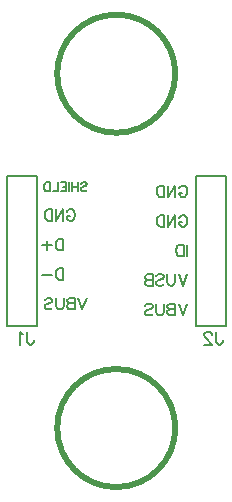
<source format=gbo>
G04 Layer: BottomSilkscreenLayer*
G04 EasyEDA v6.5.20, 2023-08-22 18:50:07*
G04 a67cddfb3fce44daa9051d46cbbcc19f,10*
G04 Gerber Generator version 0.2*
G04 Scale: 100 percent, Rotated: No, Reflected: No *
G04 Dimensions in millimeters *
G04 leading zeros omitted , absolute positions ,4 integer and 5 decimal *
%FSLAX45Y45*%
%MOMM*%

%ADD10C,0.2032*%
%ADD11C,0.1524*%
%ADD12C,0.2030*%
%ADD13C,0.5000*%

%LPD*%
D10*
X599998Y-199090D02*
G01*
X563636Y-294546D01*
X527270Y-199090D02*
G01*
X563636Y-294546D01*
X497271Y-199090D02*
G01*
X497271Y-267271D01*
X492726Y-280908D01*
X483636Y-289999D01*
X469999Y-294546D01*
X460908Y-294546D01*
X447271Y-289999D01*
X438180Y-280908D01*
X433636Y-267271D01*
X433636Y-199090D01*
X339999Y-212727D02*
G01*
X349089Y-203636D01*
X362727Y-199090D01*
X380908Y-199090D01*
X394545Y-203636D01*
X403636Y-212727D01*
X403636Y-221818D01*
X399089Y-230908D01*
X394545Y-235452D01*
X385452Y-239999D01*
X358180Y-249090D01*
X349089Y-253636D01*
X344545Y-258180D01*
X339999Y-267271D01*
X339999Y-280908D01*
X349089Y-289999D01*
X362727Y-294546D01*
X380908Y-294546D01*
X394545Y-289999D01*
X403636Y-280908D01*
X309999Y-199090D02*
G01*
X309999Y-294546D01*
X309999Y-199090D02*
G01*
X269090Y-199090D01*
X255452Y-203636D01*
X250908Y-208180D01*
X246362Y-217271D01*
X246362Y-226362D01*
X250908Y-235452D01*
X255452Y-239999D01*
X269090Y-244546D01*
X309999Y-244546D02*
G01*
X269090Y-244546D01*
X255452Y-249090D01*
X250908Y-253636D01*
X246362Y-262727D01*
X246362Y-276362D01*
X250908Y-285452D01*
X255452Y-289999D01*
X269090Y-294546D01*
X309999Y-294546D01*
X599998Y50909D02*
G01*
X599998Y-44546D01*
X569998Y50909D02*
G01*
X569998Y-44546D01*
X569998Y50909D02*
G01*
X538180Y50909D01*
X524545Y46362D01*
X515452Y37271D01*
X510908Y28181D01*
X506361Y14546D01*
X506361Y-8181D01*
X510908Y-21818D01*
X515452Y-30909D01*
X524545Y-39999D01*
X538180Y-44546D01*
X569998Y-44546D01*
X531929Y278279D02*
G01*
X536247Y287169D01*
X545391Y296313D01*
X554535Y300885D01*
X572823Y300885D01*
X581713Y296313D01*
X590857Y287169D01*
X595429Y278279D01*
X600001Y264563D01*
X600001Y241703D01*
X595429Y228241D01*
X590857Y219097D01*
X581713Y209953D01*
X572823Y205381D01*
X554535Y205381D01*
X545391Y209953D01*
X536247Y219097D01*
X531929Y228241D01*
X531929Y241703D01*
X554535Y241703D02*
G01*
X531929Y241703D01*
X501703Y300885D02*
G01*
X501703Y205381D01*
X501703Y300885D02*
G01*
X438203Y205381D01*
X438203Y300885D02*
G01*
X438203Y205381D01*
X408231Y300885D02*
G01*
X408231Y205381D01*
X408231Y300885D02*
G01*
X376481Y300885D01*
X362765Y296313D01*
X353621Y287169D01*
X349049Y278279D01*
X344477Y264563D01*
X344477Y241703D01*
X349049Y228241D01*
X353621Y219097D01*
X362765Y209953D01*
X376481Y205381D01*
X408231Y205381D01*
X531817Y528180D02*
G01*
X536361Y537270D01*
X545452Y546361D01*
X554545Y550908D01*
X572726Y550908D01*
X581817Y546361D01*
X590908Y537270D01*
X595452Y528180D01*
X599998Y514545D01*
X599998Y491817D01*
X595452Y478180D01*
X590908Y469089D01*
X581817Y459999D01*
X572726Y455452D01*
X554545Y455452D01*
X545452Y459999D01*
X536361Y469089D01*
X531817Y478180D01*
X531817Y491817D01*
X554545Y491817D02*
G01*
X531817Y491817D01*
X501817Y550908D02*
G01*
X501817Y455452D01*
X501817Y550908D02*
G01*
X438180Y455452D01*
X438180Y550908D02*
G01*
X438180Y455452D01*
X408180Y550908D02*
G01*
X408180Y455452D01*
X408180Y550908D02*
G01*
X376361Y550908D01*
X362727Y546361D01*
X353636Y537270D01*
X349089Y528180D01*
X344545Y514545D01*
X344545Y491817D01*
X349089Y478180D01*
X353636Y469089D01*
X362727Y459999D01*
X376361Y455452D01*
X408180Y455452D01*
X-300908Y569815D02*
G01*
X-293636Y577090D01*
X-282727Y580725D01*
X-268180Y580725D01*
X-257271Y577090D01*
X-249999Y569815D01*
X-249999Y562543D01*
X-253636Y555271D01*
X-257271Y551634D01*
X-264546Y547999D01*
X-286362Y540725D01*
X-293636Y537090D01*
X-297271Y533453D01*
X-300908Y526181D01*
X-300908Y515272D01*
X-293636Y508000D01*
X-282727Y504362D01*
X-268180Y504362D01*
X-257271Y508000D01*
X-249999Y515272D01*
X-324909Y580725D02*
G01*
X-324909Y504362D01*
X-375818Y580725D02*
G01*
X-375818Y504362D01*
X-324909Y544362D02*
G01*
X-375818Y544362D01*
X-399816Y580725D02*
G01*
X-399816Y504362D01*
X-423816Y580725D02*
G01*
X-423816Y504362D01*
X-423816Y580725D02*
G01*
X-471088Y580725D01*
X-423816Y544362D02*
G01*
X-452907Y544362D01*
X-423816Y504362D02*
G01*
X-471088Y504362D01*
X-495089Y580725D02*
G01*
X-495089Y504362D01*
X-495089Y504362D02*
G01*
X-538726Y504362D01*
X-562726Y580725D02*
G01*
X-562726Y504362D01*
X-562726Y580725D02*
G01*
X-588180Y580725D01*
X-599089Y577090D01*
X-606361Y569815D01*
X-609998Y562543D01*
X-613636Y551634D01*
X-613636Y533453D01*
X-609998Y522544D01*
X-606361Y515272D01*
X-599089Y508000D01*
X-588180Y504362D01*
X-562726Y504362D01*
X-418081Y328282D02*
G01*
X-413763Y337172D01*
X-404619Y346316D01*
X-395475Y350888D01*
X-377187Y350888D01*
X-368297Y346316D01*
X-359153Y337172D01*
X-354581Y328282D01*
X-350009Y314566D01*
X-350009Y291706D01*
X-354581Y278244D01*
X-359153Y269100D01*
X-368297Y259956D01*
X-377187Y255384D01*
X-395475Y255384D01*
X-404619Y259956D01*
X-413763Y269100D01*
X-418081Y278244D01*
X-418081Y291706D01*
X-395475Y291706D02*
G01*
X-418081Y291706D01*
X-448307Y350888D02*
G01*
X-448307Y255384D01*
X-448307Y350888D02*
G01*
X-511807Y255384D01*
X-511807Y350888D02*
G01*
X-511807Y255384D01*
X-541779Y350888D02*
G01*
X-541779Y255384D01*
X-541779Y350888D02*
G01*
X-573529Y350888D01*
X-587245Y346316D01*
X-596389Y337172D01*
X-600961Y328282D01*
X-605533Y314566D01*
X-605533Y291706D01*
X-600961Y278244D01*
X-596389Y269100D01*
X-587245Y259956D01*
X-573529Y255384D01*
X-541779Y255384D01*
X-449999Y100909D02*
G01*
X-449999Y5453D01*
X-449999Y100909D02*
G01*
X-481817Y100909D01*
X-495452Y96362D01*
X-504545Y87271D01*
X-509089Y78181D01*
X-513636Y64546D01*
X-513636Y41818D01*
X-509089Y28181D01*
X-504545Y19090D01*
X-495452Y9999D01*
X-481817Y5453D01*
X-449999Y5453D01*
X-584545Y87271D02*
G01*
X-584545Y5453D01*
X-543636Y46362D02*
G01*
X-625452Y46362D01*
X-449999Y-149090D02*
G01*
X-449999Y-244546D01*
X-449999Y-149090D02*
G01*
X-481817Y-149090D01*
X-495452Y-153636D01*
X-504545Y-162727D01*
X-509089Y-171818D01*
X-513636Y-185453D01*
X-513636Y-208180D01*
X-509089Y-221818D01*
X-504545Y-230908D01*
X-495452Y-239999D01*
X-481817Y-244546D01*
X-449999Y-244546D01*
X-543636Y-203636D02*
G01*
X-625452Y-203636D01*
X-249999Y-399089D02*
G01*
X-286362Y-494545D01*
X-322727Y-399089D02*
G01*
X-286362Y-494545D01*
X-352727Y-399089D02*
G01*
X-352727Y-494545D01*
X-352727Y-399089D02*
G01*
X-393636Y-399089D01*
X-407271Y-403636D01*
X-411817Y-408180D01*
X-416361Y-417271D01*
X-416361Y-426361D01*
X-411817Y-435452D01*
X-407271Y-439999D01*
X-393636Y-444545D01*
X-352727Y-444545D02*
G01*
X-393636Y-444545D01*
X-407271Y-449089D01*
X-411817Y-453636D01*
X-416361Y-462727D01*
X-416361Y-476361D01*
X-411817Y-485452D01*
X-407271Y-489999D01*
X-393636Y-494545D01*
X-352727Y-494545D01*
X-446361Y-399089D02*
G01*
X-446361Y-467271D01*
X-450908Y-480908D01*
X-459999Y-489999D01*
X-473636Y-494545D01*
X-482727Y-494545D01*
X-496361Y-489999D01*
X-505452Y-480908D01*
X-509998Y-467271D01*
X-509998Y-399089D01*
X-603636Y-412727D02*
G01*
X-594545Y-403636D01*
X-580908Y-399089D01*
X-562726Y-399089D01*
X-549089Y-403636D01*
X-539998Y-412727D01*
X-539998Y-421817D01*
X-544545Y-430908D01*
X-549089Y-435452D01*
X-558180Y-439999D01*
X-585452Y-449089D01*
X-594545Y-453636D01*
X-599089Y-458180D01*
X-603636Y-467271D01*
X-603636Y-480908D01*
X-594545Y-489999D01*
X-580908Y-494545D01*
X-562726Y-494545D01*
X-549089Y-489999D01*
X-539998Y-480908D01*
X599998Y-449168D02*
G01*
X563676Y-544672D01*
X527354Y-449168D02*
G01*
X563676Y-544672D01*
X497382Y-449168D02*
G01*
X497382Y-544672D01*
X497382Y-449168D02*
G01*
X456488Y-449168D01*
X442772Y-453740D01*
X438200Y-458312D01*
X433628Y-467202D01*
X433628Y-476346D01*
X438200Y-485490D01*
X442772Y-490062D01*
X456488Y-494634D01*
X497382Y-494634D02*
G01*
X456488Y-494634D01*
X442772Y-499206D01*
X438200Y-503524D01*
X433628Y-512668D01*
X433628Y-526384D01*
X438200Y-535528D01*
X442772Y-540100D01*
X456488Y-544672D01*
X497382Y-544672D01*
X403656Y-449168D02*
G01*
X403656Y-517240D01*
X399084Y-530956D01*
X389940Y-540100D01*
X376478Y-544672D01*
X367334Y-544672D01*
X353618Y-540100D01*
X344474Y-530956D01*
X339902Y-517240D01*
X339902Y-449168D01*
X246430Y-462630D02*
G01*
X255574Y-453740D01*
X269036Y-449168D01*
X287324Y-449168D01*
X300786Y-453740D01*
X309930Y-462630D01*
X309930Y-471774D01*
X305358Y-480918D01*
X300786Y-485490D01*
X291896Y-490062D01*
X264464Y-499206D01*
X255574Y-503524D01*
X251002Y-508096D01*
X246430Y-517240D01*
X246430Y-530956D01*
X255574Y-540100D01*
X269036Y-544672D01*
X287324Y-544672D01*
X300786Y-540100D01*
X309930Y-530956D01*
D11*
X-752068Y-684682D02*
G01*
X-752068Y-767740D01*
X-746734Y-783488D01*
X-741654Y-788568D01*
X-731240Y-793648D01*
X-720826Y-793648D01*
X-710412Y-788568D01*
X-705078Y-783488D01*
X-699998Y-767740D01*
X-699998Y-757326D01*
X-786358Y-705510D02*
G01*
X-796518Y-700176D01*
X-812266Y-684682D01*
X-812266Y-793648D01*
X847928Y-684682D02*
G01*
X847928Y-767740D01*
X853262Y-783488D01*
X858342Y-788568D01*
X868756Y-793648D01*
X879170Y-793648D01*
X889584Y-788568D01*
X894918Y-783488D01*
X899998Y-767740D01*
X899998Y-757326D01*
X808558Y-710590D02*
G01*
X808558Y-705510D01*
X803478Y-695096D01*
X798144Y-689762D01*
X787730Y-684682D01*
X766902Y-684682D01*
X756488Y-689762D01*
X751408Y-695096D01*
X746328Y-705510D01*
X746328Y-715924D01*
X751408Y-726338D01*
X761822Y-741832D01*
X813638Y-793648D01*
X740994Y-793648D01*
D10*
X-672998Y-444500D02*
G01*
X-672998Y-635000D01*
X-926998Y-635000D01*
X-926998Y635000D01*
X-672998Y635000D01*
D12*
X-672998Y635000D02*
G01*
X-672998Y-444500D01*
D10*
X926998Y-444500D02*
G01*
X926998Y-635000D01*
X672998Y-635000D01*
X672998Y635000D01*
X926998Y635000D01*
D12*
X926998Y635000D02*
G01*
X926998Y-444500D01*
D13*
G75*
G01
X499999Y-1499997D02*
G03X499999Y-1499997I-499999J0D01*
G75*
G01
X499999Y1499997D02*
G03X499999Y1499997I-499999J0D01*
M02*

</source>
